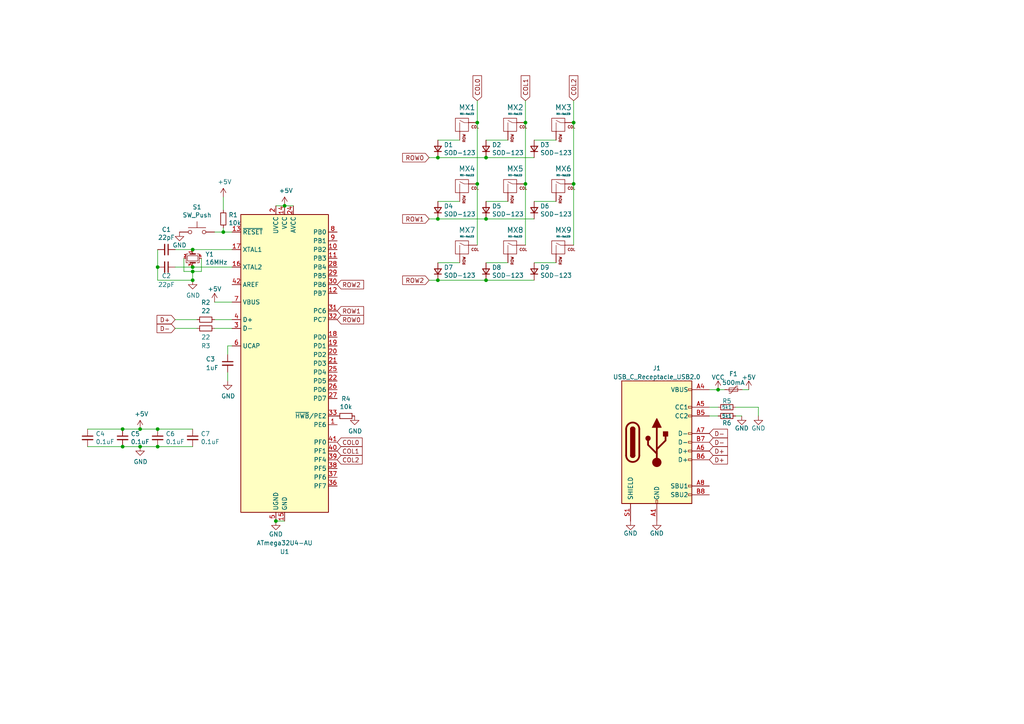
<source format=kicad_sch>
(kicad_sch (version 20211123) (generator eeschema)
  (paper "A4")
  (lib_symbols
    (symbol "9k-Keypad-rescue:ATmega32U4-AU-MCU_Microchip_ATmega"
      (property "Reference" "U" (at -12.7 44.45 0))
      (property "Value" "ATmega32U4-AU-MCU_Microchip_ATmega" (at 2.54 -44.45 0))
      (symbol "ATmega32U4-AU-MCU_Microchip_ATmega_0_1"
        (rectangle (start -12.7 -43.18) (end 12.7 43.18) (stroke (width 0.254)) (fill (type background)))
      )
      (symbol "ATmega32U4-AU-MCU_Microchip_ATmega_1_1"
        (pin tri_state line (at 15.24 -17.78 180) (length 2.54) (name "PE6") (number "1"))
        (pin tri_state line (at 15.24 33.02 180) (length 2.54) (name "PB2") (number "10"))
        (pin tri_state line (at 15.24 30.48 180) (length 2.54) (name "PB3") (number "11"))
        (pin tri_state line (at 15.24 20.32 180) (length 2.54) (name "PB7") (number "12"))
        (pin input line (at -15.24 38.1 0) (length 2.54) (name "~{RESET}") (number "13"))
        (pin power_in line (at 0 45.72 270) (length 2.54) (name "VCC") (number "14"))
        (pin power_in line (at 0 -45.72 90) (length 2.54) (name "GND") (number "15"))
        (pin output line (at -15.24 27.94 0) (length 2.54) (name "XTAL2") (number "16"))
        (pin input line (at -15.24 33.02 0) (length 2.54) (name "XTAL1") (number "17"))
        (pin tri_state line (at 15.24 7.62 180) (length 2.54) (name "PD0") (number "18"))
        (pin tri_state line (at 15.24 5.08 180) (length 2.54) (name "PD1") (number "19"))
        (pin power_in line (at -2.54 45.72 270) (length 2.54) (name "UVCC") (number "2"))
        (pin tri_state line (at 15.24 2.54 180) (length 2.54) (name "PD2") (number "20"))
        (pin tri_state line (at 15.24 0 180) (length 2.54) (name "PD3") (number "21"))
        (pin tri_state line (at 15.24 -5.08 180) (length 2.54) (name "PD5") (number "22"))
        (pin passive line (at 0 -45.72 90) (length 2.54) hide (name "GND") (number "23"))
        (pin power_in line (at 2.54 45.72 270) (length 2.54) (name "AVCC") (number "24"))
        (pin tri_state line (at 15.24 -2.54 180) (length 2.54) (name "PD4") (number "25"))
        (pin tri_state line (at 15.24 -7.62 180) (length 2.54) (name "PD6") (number "26"))
        (pin tri_state line (at 15.24 -10.16 180) (length 2.54) (name "PD7") (number "27"))
        (pin tri_state line (at 15.24 27.94 180) (length 2.54) (name "PB4") (number "28"))
        (pin tri_state line (at 15.24 25.4 180) (length 2.54) (name "PB5") (number "29"))
        (pin bidirectional line (at -15.24 10.16 0) (length 2.54) (name "D-") (number "3"))
        (pin tri_state line (at 15.24 22.86 180) (length 2.54) (name "PB6") (number "30"))
        (pin tri_state line (at 15.24 15.24 180) (length 2.54) (name "PC6") (number "31"))
        (pin tri_state line (at 15.24 12.7 180) (length 2.54) (name "PC7") (number "32"))
        (pin tri_state line (at 15.24 -15.24 180) (length 2.54) (name "~{HWB}/PE2") (number "33"))
        (pin passive line (at 0 45.72 270) (length 2.54) hide (name "VCC") (number "34"))
        (pin passive line (at 0 -45.72 90) (length 2.54) hide (name "GND") (number "35"))
        (pin tri_state line (at 15.24 -35.56 180) (length 2.54) (name "PF7") (number "36"))
        (pin tri_state line (at 15.24 -33.02 180) (length 2.54) (name "PF6") (number "37"))
        (pin tri_state line (at 15.24 -30.48 180) (length 2.54) (name "PF5") (number "38"))
        (pin tri_state line (at 15.24 -27.94 180) (length 2.54) (name "PF4") (number "39"))
        (pin bidirectional line (at -15.24 12.7 0) (length 2.54) (name "D+") (number "4"))
        (pin tri_state line (at 15.24 -25.4 180) (length 2.54) (name "PF1") (number "40"))
        (pin tri_state line (at 15.24 -22.86 180) (length 2.54) (name "PF0") (number "41"))
        (pin passive line (at -15.24 22.86 0) (length 2.54) (name "AREF") (number "42"))
        (pin passive line (at 0 -45.72 90) (length 2.54) hide (name "GND") (number "43"))
        (pin passive line (at 2.54 45.72 270) (length 2.54) hide (name "AVCC") (number "44"))
        (pin passive line (at -2.54 -45.72 90) (length 2.54) (name "UGND") (number "5"))
        (pin passive line (at -15.24 5.08 0) (length 2.54) (name "UCAP") (number "6"))
        (pin input line (at -15.24 17.78 0) (length 2.54) (name "VBUS") (number "7"))
        (pin tri_state line (at 15.24 38.1 180) (length 2.54) (name "PB0") (number "8"))
        (pin tri_state line (at 15.24 35.56 180) (length 2.54) (name "PB1") (number "9"))
      )
    )
    (symbol "Connector:USB_C_Receptacle_USB2.0" (pin_names (offset 1.016))
      (property "Reference" "J" (at -10.16 19.05 0))
      (property "Value" "USB_C_Receptacle_USB2.0" (at 19.05 19.05 0))
      (symbol "USB_C_Receptacle_USB2.0_0_0"
        (rectangle (start -0.254 -17.78) (end 0.254 -16.764))
        (rectangle (start 10.16 -14.986) (end 9.144 -15.494))
        (rectangle (start 10.16 -12.446) (end 9.144 -12.954))
        (rectangle (start 10.16 -4.826) (end 9.144 -5.334))
        (rectangle (start 10.16 -2.286) (end 9.144 -2.794))
        (rectangle (start 10.16 0.254) (end 9.144 -0.254))
        (rectangle (start 10.16 2.794) (end 9.144 2.286))
        (rectangle (start 10.16 7.874) (end 9.144 7.366))
        (rectangle (start 10.16 10.414) (end 9.144 9.906))
        (rectangle (start 10.16 15.494) (end 9.144 14.986))
      )
      (symbol "USB_C_Receptacle_USB2.0_0_1"
        (rectangle (start -10.16 17.78) (end 10.16 -17.78) (stroke (width 0.254)) (fill (type background)))
        (arc (start -8.89 -3.81) (mid -6.985 -5.715) (end -5.08 -3.81) (stroke (width 0.508)))
        (arc (start -7.62 -3.81) (mid -6.985 -4.445) (end -6.35 -3.81) (stroke (width 0.254)))
        (arc (start -7.62 -3.81) (mid -6.985 -4.445) (end -6.35 -3.81) (stroke (width 0.254)) (fill (type outline)))
        (rectangle (start -7.62 -3.81) (end -6.35 3.81) (stroke (width 0.254)) (fill (type outline)))
        (arc (start -6.35 3.81) (mid -6.985 4.445) (end -7.62 3.81) (stroke (width 0.254)))
        (arc (start -6.35 3.81) (mid -6.985 4.445) (end -7.62 3.81) (stroke (width 0.254)) (fill (type outline)))
        (arc (start -5.08 3.81) (mid -6.985 5.715) (end -8.89 3.81) (stroke (width 0.508)))
        (circle (center -2.54 1.143) (radius 0.635) (stroke (width 0.254)) (fill (type outline)))
        (circle (center 0 -5.842) (radius 1.27) (fill (type outline)))
        (polyline (pts (xy -8.89 -3.81) (xy -8.89 3.81)) (stroke (width 0.508)))
        (polyline (pts (xy -5.08 3.81) (xy -5.08 -3.81)) (stroke (width 0.508)))
        (polyline (pts (xy 0 -5.842) (xy 0 4.318)) (stroke (width 0.508)))
        (polyline (pts (xy 0 -3.302) (xy -2.54 -0.762) (xy -2.54 0.508)) (stroke (width 0.508)))
        (polyline (pts (xy 0 -2.032) (xy 2.54 0.508) (xy 2.54 1.778)) (stroke (width 0.508)))
        (polyline (pts (xy -1.27 4.318) (xy 0 6.858) (xy 1.27 4.318) (xy -1.27 4.318)) (stroke (width 0.254)) (fill (type outline)))
        (rectangle (start 1.905 1.778) (end 3.175 3.048) (stroke (width 0.254)) (fill (type outline)))
      )
      (symbol "USB_C_Receptacle_USB2.0_1_1"
        (pin passive line (at 0 -22.86 90) (length 5.08) (name "GND") (number "A1"))
        (pin passive line (at 0 -22.86 90) (length 5.08) hide (name "GND") (number "A12"))
        (pin passive line (at 15.24 15.24 180) (length 5.08) (name "VBUS") (number "A4"))
        (pin bidirectional line (at 15.24 10.16 180) (length 5.08) (name "CC1") (number "A5"))
        (pin bidirectional line (at 15.24 -2.54 180) (length 5.08) (name "D+") (number "A6"))
        (pin bidirectional line (at 15.24 2.54 180) (length 5.08) (name "D-") (number "A7"))
        (pin bidirectional line (at 15.24 -12.7 180) (length 5.08) (name "SBU1") (number "A8"))
        (pin passive line (at 15.24 15.24 180) (length 5.08) hide (name "VBUS") (number "A9"))
        (pin passive line (at 0 -22.86 90) (length 5.08) hide (name "GND") (number "B1"))
        (pin passive line (at 0 -22.86 90) (length 5.08) hide (name "GND") (number "B12"))
        (pin passive line (at 15.24 15.24 180) (length 5.08) hide (name "VBUS") (number "B4"))
        (pin bidirectional line (at 15.24 7.62 180) (length 5.08) (name "CC2") (number "B5"))
        (pin bidirectional line (at 15.24 -5.08 180) (length 5.08) (name "D+") (number "B6"))
        (pin bidirectional line (at 15.24 0 180) (length 5.08) (name "D-") (number "B7"))
        (pin bidirectional line (at 15.24 -15.24 180) (length 5.08) (name "SBU2") (number "B8"))
        (pin passive line (at 15.24 15.24 180) (length 5.08) hide (name "VBUS") (number "B9"))
        (pin passive line (at -7.62 -22.86 90) (length 5.08) (name "SHIELD") (number "S1"))
      )
    )
    (symbol "Device:C_Small" (pin_numbers hide) (pin_names (offset 0.254) hide)
      (property "Reference" "C" (at 0.254 1.778 0))
      (property "Value" "C_Small" (at 0.254 -2.032 0))
      (symbol "C_Small_0_1"
        (polyline (pts (xy -1.524 -0.508) (xy 1.524 -0.508)) (stroke (width 0.3302)))
        (polyline (pts (xy -1.524 0.508) (xy 1.524 0.508)) (stroke (width 0.3048)))
      )
      (symbol "C_Small_1_1"
        (pin passive line (at 0 2.54 270) (length 2.032) (name "~") (number "1"))
        (pin passive line (at 0 -2.54 90) (length 2.032) (name "~") (number "2"))
      )
    )
    (symbol "Device:Crystal_GND24_Small" (pin_names (offset 1.016) hide)
      (property "Reference" "Y" (at 1.27 4.445 0))
      (property "Value" "Crystal_GND24_Small" (at 1.27 2.54 0))
      (symbol "Crystal_GND24_Small_0_1"
        (rectangle (start -0.762 -1.524) (end 0.762 1.524))
        (polyline (pts (xy -1.27 -0.762) (xy -1.27 0.762)) (stroke (width 0.381)))
        (polyline (pts (xy 1.27 -0.762) (xy 1.27 0.762)) (stroke (width 0.381)))
        (polyline (pts (xy -1.27 -1.27) (xy -1.27 -1.905) (xy 1.27 -1.905) (xy 1.27 -1.27)))
        (polyline (pts (xy -1.27 1.27) (xy -1.27 1.905) (xy 1.27 1.905) (xy 1.27 1.27)))
      )
      (symbol "Crystal_GND24_Small_1_1"
        (pin passive line (at -2.54 0 0) (length 1.27) (name "1") (number "1"))
        (pin passive line (at 0 -2.54 90) (length 0.635) (name "2") (number "2"))
        (pin passive line (at 2.54 0 180) (length 1.27) (name "3") (number "3"))
        (pin passive line (at 0 2.54 270) (length 0.635) (name "4") (number "4"))
      )
    )
    (symbol "Device:D_Small" (pin_numbers hide) (pin_names (offset 0.254) hide)
      (property "Reference" "D" (at -1.27 2.032 0))
      (property "Value" "D_Small" (at -3.81 -2.032 0))
      (symbol "D_Small_0_1"
        (polyline (pts (xy -0.762 -1.016) (xy -0.762 1.016)) (stroke (width 0.254)))
        (polyline (pts (xy -0.762 0) (xy 0.762 0)))
        (polyline (pts (xy 0.762 -1.016) (xy -0.762 0) (xy 0.762 1.016) (xy 0.762 -1.016)) (stroke (width 0.254)))
      )
      (symbol "D_Small_1_1"
        (pin passive line (at -2.54 0 0) (length 1.778) (name "K") (number "1"))
        (pin passive line (at 2.54 0 180) (length 1.778) (name "A") (number "2"))
      )
    )
    (symbol "Device:Polyfuse_Small" (pin_numbers hide) (pin_names (offset 0))
      (property "Reference" "F" (at -1.905 0 90))
      (property "Value" "Polyfuse_Small" (at 1.905 0 90))
      (symbol "Polyfuse_Small_0_1"
        (rectangle (start -0.508 1.27) (end 0.508 -1.27))
        (polyline (pts (xy 0 2.54) (xy 0 -2.54)))
        (polyline (pts (xy -1.016 1.27) (xy -1.016 0.762) (xy 1.016 -0.762) (xy 1.016 -1.27)))
      )
      (symbol "Polyfuse_Small_1_1"
        (pin passive line (at 0 2.54 270) (length 0.635) (name "~") (number "1"))
        (pin passive line (at 0 -2.54 90) (length 0.635) (name "~") (number "2"))
      )
    )
    (symbol "Device:R_Small" (pin_numbers hide) (pin_names (offset 0.254) hide)
      (property "Reference" "R" (at 0.762 0.508 0))
      (property "Value" "R_Small" (at 0.762 -1.016 0))
      (symbol "R_Small_0_1"
        (rectangle (start -0.762 1.778) (end 0.762 -1.778) (stroke (width 0.2032)))
      )
      (symbol "R_Small_1_1"
        (pin passive line (at 0 2.54 270) (length 0.762) (name "~") (number "1"))
        (pin passive line (at 0 -2.54 90) (length 0.762) (name "~") (number "2"))
      )
    )
    (symbol "MX_Alps_Hybrid:MX-NoLED" (pin_names (offset 1.016))
      (property "Reference" "MX" (at -0.635 3.81 0))
      (property "Value" "MX-NoLED" (at -0.635 1.27 0))
      (symbol "MX-NoLED_0_0"
        (rectangle (start -2.54 2.54) (end 1.27 -1.27))
        (polyline (pts (xy -1.27 -1.27) (xy -1.27 1.27)) (stroke (width 0.127)))
        (polyline (pts (xy 1.27 1.27) (xy 0 1.27) (xy -1.27 1.905)) (stroke (width 0.127)))
        (text "COL" (at 3.175 0 0) (effects (font (size 0.762 0.762))))
        (text "ROW" (at 0 -1.905 900) (effects (font (size 0.762 0.762)) (justify right)))
      )
      (symbol "MX-NoLED_1_1"
        (pin passive line (at 3.81 1.27 180) (length 2.54) (name "COL") (number "1"))
        (pin passive line (at -1.27 -3.81 90) (length 2.54) (name "ROW") (number "2"))
      )
    )
    (symbol "Switch:SW_Push" (pin_numbers hide) (pin_names (offset 1.016) hide)
      (property "Reference" "SW" (at 1.27 2.54 0))
      (property "Value" "SW_Push" (at 0 -1.524 0))
      (symbol "SW_Push_0_1"
        (circle (center -2.032 0) (radius 0.508))
        (polyline (pts (xy 0 1.27) (xy 0 3.048)))
        (polyline (pts (xy 2.54 1.27) (xy -2.54 1.27)))
        (circle (center 2.032 0) (radius 0.508))
        (pin passive line (at -5.08 0 0) (length 2.54) (name "1") (number "1"))
        (pin passive line (at 5.08 0 180) (length 2.54) (name "2") (number "2"))
      )
    )
    (symbol "power:+5V" (power) (pin_names (offset 0))
      (property "Value" "+5V" (at 0 3.556 0))
      (symbol "+5V_0_1"
        (polyline (pts (xy -0.762 1.27) (xy 0 2.54)))
        (polyline (pts (xy 0 0) (xy 0 2.54)))
        (polyline (pts (xy 0 2.54) (xy 0.762 1.27)))
      )
      (symbol "+5V_1_1"
        (pin power_in line (at 0 0 90) (length 0) hide (name "+5V") (number "1"))
      )
    )
    (symbol "power:GND" (power) (pin_names (offset 0))
      (property "Value" "GND" (at 0 -3.81 0))
      (symbol "GND_0_1"
        (polyline (pts (xy 0 0) (xy 0 -1.27) (xy 1.27 -1.27) (xy 0 -2.54) (xy -1.27 -1.27) (xy 0 -1.27)))
      )
      (symbol "GND_1_1"
        (pin power_in line (at 0 0 270) (length 0) hide (name "GND") (number "1"))
      )
    )
    (symbol "power:VCC" (power) (pin_names (offset 0))
      (property "Value" "VCC" (at 0 3.81 0))
      (symbol "VCC_0_1"
        (polyline (pts (xy -0.762 1.27) (xy 0 2.54)))
        (polyline (pts (xy 0 0) (xy 0 2.54)))
        (polyline (pts (xy 0 2.54) (xy 0.762 1.27)))
      )
      (symbol "VCC_1_1"
        (pin power_in line (at 0 0 90) (length 0) hide (name "VCC") (number "1"))
      )
    )
  )
  (junction (at 55.88 72.39))
  (junction (at 45.72 129.54))
  (junction (at 127 63.5))
  (junction (at 45.72 77.47))
  (junction (at 152.4 53.34))
  (junction (at 166.37 53.34))
  (junction (at 138.43 53.34))
  (junction (at 55.88 78.74))
  (junction (at 140.97 45.72))
  (junction (at 35.56 129.54))
  (junction (at 45.72 124.46))
  (junction (at 152.4 35.56))
  (junction (at 35.56 124.46))
  (junction (at 40.64 124.46))
  (junction (at 40.64 129.54))
  (junction (at 208.28 113.03))
  (junction (at 80.01 151.13))
  (junction (at 55.88 81.28))
  (junction (at 166.37 35.56))
  (junction (at 127 45.72))
  (junction (at 140.97 63.5))
  (junction (at 82.55 59.69))
  (junction (at 55.88 77.47))
  (junction (at 64.77 67.31))
  (junction (at 127 81.28))
  (junction (at 140.97 81.28))
  (junction (at 138.43 35.56))
  (wire (pts (xy 58.42 74.93) (xy 58.42 78.74)))
  (wire (pts (xy 50.8 77.47) (xy 55.88 77.47)))
  (wire (pts (xy 55.88 78.74) (xy 53.34 78.74)))
  (wire (pts (xy 154.94 63.5) (xy 140.97 63.5)))
  (wire (pts (xy 140.97 63.5) (xy 127 63.5)))
  (wire (pts (xy 57.15 92.71) (xy 50.8 92.71)))
  (wire (pts (xy 40.64 124.46) (xy 45.72 124.46)))
  (wire (pts (xy 67.31 100.33) (xy 66.04 100.33)))
  (wire (pts (xy 45.72 72.39) (xy 45.72 77.47)))
  (wire (pts (xy 154.94 40.64) (xy 161.29 40.64)))
  (wire (pts (xy 55.88 72.39) (xy 67.31 72.39)))
  (wire (pts (xy 140.97 45.72) (xy 127 45.72)))
  (wire (pts (xy 80.01 151.13) (xy 82.55 151.13)))
  (wire (pts (xy 127 76.2) (xy 133.35 76.2)))
  (wire (pts (xy 35.56 129.54) (xy 25.4 129.54)))
  (wire (pts (xy 58.42 78.74) (xy 55.88 78.74)))
  (wire (pts (xy 67.31 87.63) (xy 62.23 87.63)))
  (wire (pts (xy 45.72 77.47) (xy 45.72 81.28)))
  (wire (pts (xy 57.15 95.25) (xy 50.8 95.25)))
  (wire (pts (xy 50.8 72.39) (xy 55.88 72.39)))
  (wire (pts (xy 166.37 53.34) (xy 166.37 71.12)))
  (wire (pts (xy 25.4 124.46) (xy 35.56 124.46)))
  (wire (pts (xy 82.55 59.69) (xy 80.01 59.69)))
  (wire (pts (xy 127 58.42) (xy 133.35 58.42)))
  (wire (pts (xy 205.74 118.11) (xy 208.28 118.11)))
  (wire (pts (xy 215.265 113.03) (xy 217.17 113.03)))
  (wire (pts (xy 53.34 78.74) (xy 53.34 74.93)))
  (wire (pts (xy 152.4 53.34) (xy 152.4 35.56)))
  (wire (pts (xy 127 63.5) (xy 124.46 63.5)))
  (wire (pts (xy 62.23 67.31) (xy 64.77 67.31)))
  (wire (pts (xy 154.94 81.28) (xy 140.97 81.28)))
  (wire (pts (xy 166.37 29.21) (xy 166.37 35.56)))
  (wire (pts (xy 213.36 120.65) (xy 215.138 120.65)))
  (wire (pts (xy 66.04 100.33) (xy 66.04 102.87)))
  (wire (pts (xy 64.77 60.96) (xy 64.77 57.15)))
  (wire (pts (xy 205.74 113.03) (xy 208.28 113.03)))
  (wire (pts (xy 154.94 76.2) (xy 161.29 76.2)))
  (wire (pts (xy 45.72 129.54) (xy 40.64 129.54)))
  (wire (pts (xy 166.37 35.56) (xy 166.37 53.34)))
  (wire (pts (xy 64.77 67.31) (xy 64.77 66.04)))
  (wire (pts (xy 219.964 118.11) (xy 219.964 120.65)))
  (wire (pts (xy 64.77 67.31) (xy 67.31 67.31)))
  (wire (pts (xy 208.28 113.03) (xy 210.185 113.03)))
  (wire (pts (xy 152.4 35.56) (xy 152.4 29.21)))
  (wire (pts (xy 213.36 118.11) (xy 219.964 118.11)))
  (wire (pts (xy 85.09 59.69) (xy 82.55 59.69)))
  (wire (pts (xy 45.72 81.28) (xy 55.88 81.28)))
  (wire (pts (xy 127 81.28) (xy 124.46 81.28)))
  (wire (pts (xy 138.43 35.56) (xy 138.43 53.34)))
  (wire (pts (xy 127 45.72) (xy 124.46 45.72)))
  (wire (pts (xy 66.04 107.95) (xy 66.04 110.49)))
  (wire (pts (xy 154.94 45.72) (xy 140.97 45.72)))
  (wire (pts (xy 152.4 71.12) (xy 152.4 53.34)))
  (wire (pts (xy 40.64 129.54) (xy 35.56 129.54)))
  (wire (pts (xy 138.43 53.34) (xy 138.43 71.12)))
  (wire (pts (xy 55.88 78.74) (xy 55.88 81.28)))
  (wire (pts (xy 45.72 124.46) (xy 55.88 124.46)))
  (wire (pts (xy 205.74 120.65) (xy 208.28 120.65)))
  (wire (pts (xy 55.88 129.54) (xy 45.72 129.54)))
  (wire (pts (xy 140.97 40.64) (xy 147.32 40.64)))
  (wire (pts (xy 138.43 29.21) (xy 138.43 35.56)))
  (wire (pts (xy 140.97 58.42) (xy 147.32 58.42)))
  (wire (pts (xy 140.97 81.28) (xy 127 81.28)))
  (wire (pts (xy 140.97 76.2) (xy 147.32 76.2)))
  (wire (pts (xy 154.94 58.42) (xy 161.29 58.42)))
  (wire (pts (xy 35.56 124.46) (xy 40.64 124.46)))
  (wire (pts (xy 127 40.64) (xy 133.35 40.64)))
  (wire (pts (xy 62.23 92.71) (xy 67.31 92.71)))
  (wire (pts (xy 67.31 95.25) (xy 62.23 95.25)))
  (wire (pts (xy 55.88 77.47) (xy 67.31 77.47)))
  (global_label "D+" (shape input) (at 50.8 92.71 180) (property "Intersheet References" "${INTERSHEET_REFS}" (effects hide)))
  (global_label "D-" (shape input) (at 205.74 128.27 0) (property "Intersheet References" "${INTERSHEET_REFS}" (effects hide)))
  (global_label "ROW2" (shape input) (at 97.79 82.55 0) (property "Intersheet References" "${INTERSHEET_REFS}" (effects hide)))
  (global_label "ROW0" (shape input) (at 97.79 92.71 0) (property "Intersheet References" "${INTERSHEET_REFS}" (effects hide)))
  (global_label "COL1" (shape input) (at 152.4 29.21 90) (property "Intersheet References" "${INTERSHEET_REFS}" (effects hide)))
  (global_label "COL2" (shape input) (at 166.37 29.21 90) (property "Intersheet References" "${INTERSHEET_REFS}" (effects hide)))
  (global_label "COL0" (shape input) (at 97.79 128.27 0) (property "Intersheet References" "${INTERSHEET_REFS}" (effects hide)))
  (global_label "ROW2" (shape input) (at 124.46 81.28 180) (property "Intersheet References" "${INTERSHEET_REFS}" (effects hide)))
  (global_label "COL2" (shape input) (at 97.79 133.35 0) (property "Intersheet References" "${INTERSHEET_REFS}" (effects hide)))
  (global_label "D-" (shape input) (at 205.74 125.73 0) (property "Intersheet References" "${INTERSHEET_REFS}" (effects hide)))
  (global_label "D+" (shape input) (at 205.74 133.35 0) (property "Intersheet References" "${INTERSHEET_REFS}" (effects hide)))
  (global_label "ROW1" (shape input) (at 97.79 90.17 0) (property "Intersheet References" "${INTERSHEET_REFS}" (effects hide)))
  (global_label "COL1" (shape input) (at 97.79 130.81 0) (property "Intersheet References" "${INTERSHEET_REFS}" (effects hide)))
  (global_label "ROW0" (shape input) (at 124.46 45.72 180) (property "Intersheet References" "${INTERSHEET_REFS}" (effects hide)))
  (global_label "D+" (shape input) (at 205.74 130.81 0) (property "Intersheet References" "${INTERSHEET_REFS}" (effects hide)))
  (global_label "ROW1" (shape input) (at 124.46 63.5 180) (property "Intersheet References" "${INTERSHEET_REFS}" (effects hide)))
  (global_label "D-" (shape input) (at 50.8 95.25 180) (property "Intersheet References" "${INTERSHEET_REFS}" (effects hide)))
  (global_label "COL0" (shape input) (at 138.43 29.21 90) (property "Intersheet References" "${INTERSHEET_REFS}" (effects hide)))
  (symbol (lib_id "Switch:SW_Push") (at 57.15 67.31 0) (unit 1)
    (property "Reference" "S1" (at 57.15 60.071 0))
    (property "Value" "SW_Push" (at 57.15 62.3824 0))
    (property "Footprint" "random-keyboard-parts:SKQG-1155865" (effects hide))
  )
  (symbol (lib_id "power:+5V") (at 82.55 59.69 0) (unit 1)
    (property "Reference" "#PWR0106" (effects hide))
    (property "Value" "+5V" (at 82.931 55.2958 0))
  )
  (symbol (lib_id "MX_Alps_Hybrid:MX-NoLED") (at 148.59 54.61 0) (unit 1)
    (property "Reference" "MX5" (at 149.4282 48.9458 0) (effects (font (size 1.524 1.524))))
    (property "Value" "MX-NoLED" (at 149.4282 50.8254 0) (effects (font (size 0.508 0.508))))
    (property "Footprint" "MX_Only:MXOnly-1U-NoLED" (effects hide))
  )
  (symbol (lib_id "Device:R_Small") (at 59.69 92.71 270) (unit 1)
    (property "Reference" "R2" (at 59.69 87.7316 90))
    (property "Value" "22" (at 59.69 90.17 90))
    (property "Footprint" "Resistor_SMD:R_0805_2012Metric" (effects hide))
  )
  (symbol (lib_id "Device:R_Small") (at 59.69 95.25 270) (unit 1)
    (property "Reference" "R3" (at 59.69 100.33 90))
    (property "Value" "22" (at 59.69 97.79 90))
    (property "Footprint" "Resistor_SMD:R_0805_2012Metric" (effects hide))
  )
  (symbol (lib_id "power:GND") (at 182.88 151.13 0) (unit 1)
    (property "Reference" "#PWR0116" (effects hide))
    (property "Value" "GND" (at 182.88 154.686 0))
  )
  (symbol (lib_id "power:+5V") (at 40.64 124.46 0) (unit 1)
    (property "Reference" "#PWR0102" (effects hide))
    (property "Value" "+5V" (at 41.021 120.0658 0))
  )
  (symbol (lib_id "MX_Alps_Hybrid:MX-NoLED") (at 134.62 54.61 0) (unit 1)
    (property "Reference" "MX4" (at 135.4582 48.9458 0) (effects (font (size 1.524 1.524))))
    (property "Value" "MX-NoLED" (at 135.4582 50.8254 0) (effects (font (size 0.508 0.508))))
    (property "Footprint" "MX_Only:MXOnly-1U-NoLED" (effects hide))
  )
  (symbol (lib_id "power:+5V") (at 64.77 57.15 0) (unit 1)
    (property "Reference" "#PWR0107" (effects hide))
    (property "Value" "+5V" (at 65.151 52.7558 0))
  )
  (symbol (lib_id "Device:C_Small") (at 66.04 105.41 0) (unit 1)
    (property "Reference" "C3" (at 59.69 104.14 0) (effects (justify left)))
    (property "Value" "1uF" (at 59.69 106.68 0) (effects (justify left)))
    (property "Footprint" "Capacitor_SMD:C_0805_2012Metric" (effects hide))
  )
  (symbol (lib_id "Device:D_Small") (at 154.94 43.18 90) (unit 1)
    (property "Reference" "D3" (at 156.6672 42.0116 90) (effects (justify right)))
    (property "Value" "SOD-123" (at 156.6672 44.323 90) (effects (justify right)))
    (property "Footprint" "Diode_SMD:D_SOD-123" (effects hide))
  )
  (symbol (lib_id "Device:D_Small") (at 140.97 43.18 90) (unit 1)
    (property "Reference" "D2" (at 142.6972 42.0116 90) (effects (justify right)))
    (property "Value" "SOD-123" (at 142.6972 44.323 90) (effects (justify right)))
    (property "Footprint" "Diode_SMD:D_SOD-123" (effects hide))
  )
  (symbol (lib_id "Connector:USB_C_Receptacle_USB2.0") (at 190.5 128.27 0) (unit 1)
    (property "Reference" "J1" (at 190.5 106.7902 0))
    (property "Value" "USB_C_Receptacle_USB2.0" (at 190.5 109.3271 0))
    (property "Footprint" "Connector_USB:USB_C_Receptacle_HRO_TYPE-C-31-M-12" (effects hide))
    (property "Datasheet" "https://www.usb.org/sites/default/files/documents/usb_type-c.zip" (effects hide))
  )
  (symbol (lib_id "Device:R_Small") (at 100.33 120.65 270) (unit 1)
    (property "Reference" "R4" (at 100.33 115.6716 90))
    (property "Value" "10k" (at 100.33 117.983 90))
    (property "Footprint" "Resistor_SMD:R_0805_2012Metric" (effects hide))
  )
  (symbol (lib_id "Device:D_Small") (at 127 60.96 90) (unit 1)
    (property "Reference" "D4" (at 128.7272 59.7916 90) (effects (justify right)))
    (property "Value" "SOD-123" (at 128.7272 62.103 90) (effects (justify right)))
    (property "Footprint" "Diode_SMD:D_SOD-123" (effects hide))
  )
  (symbol (lib_id "power:GND") (at 215.138 120.65 0) (unit 1)
    (property "Reference" "#PWR0111" (effects hide))
    (property "Value" "GND" (at 215.138 124.206 0))
  )
  (symbol (lib_id "Device:R_Small") (at 210.82 120.65 90) (unit 1)
    (property "Reference" "R6" (at 210.82 122.682 90))
    (property "Value" "5k1" (at 210.82 120.65 90) (effects (font (size 1 1))))
    (property "Footprint" "Resistor_SMD:R_0805_2012Metric" (effects hide))
  )
  (symbol (lib_id "Device:Crystal_GND24_Small") (at 55.88 74.93 270) (unit 1)
    (property "Reference" "Y1" (at 59.5376 73.7616 90) (effects (justify left)))
    (property "Value" "16MHz" (at 59.5376 76.073 90) (effects (justify left)))
    (property "Footprint" "Crystal:Crystal_SMD_3225-4Pin_3.2x2.5mm" (effects hide))
  )
  (symbol (lib_id "MX_Alps_Hybrid:MX-NoLED") (at 162.56 54.61 0) (unit 1)
    (property "Reference" "MX6" (at 163.3982 48.9458 0) (effects (font (size 1.524 1.524))))
    (property "Value" "MX-NoLED" (at 163.3982 50.8254 0) (effects (font (size 0.508 0.508))))
    (property "Footprint" "MX_Only:MXOnly-1U-NoLED" (effects hide))
  )
  (symbol (lib_id "Device:D_Small") (at 127 78.74 90) (unit 1)
    (property "Reference" "D7" (at 128.7272 77.5716 90) (effects (justify right)))
    (property "Value" "SOD-123" (at 128.7272 79.883 90) (effects (justify right)))
    (property "Footprint" "Diode_SMD:D_SOD-123" (effects hide))
  )
  (symbol (lib_id "Device:Polyfuse_Small") (at 212.725 113.03 90) (unit 1)
    (property "Reference" "F1" (at 212.725 108.4412 90))
    (property "Value" "500mA" (at 212.725 110.9781 90))
    (property "Footprint" "Fuse:Fuse_0805_2012Metric" (effects hide))
  )
  (symbol (lib_id "Device:R_Small") (at 64.77 63.5 0) (unit 1)
    (property "Reference" "R1" (at 66.2686 62.3316 0) (effects (justify left)))
    (property "Value" "10k" (at 66.2686 64.643 0) (effects (justify left)))
    (property "Footprint" "Resistor_SMD:R_0805_2012Metric" (effects hide))
  )
  (symbol (lib_id "MX_Alps_Hybrid:MX-NoLED") (at 162.56 36.83 0) (unit 1)
    (property "Reference" "MX3" (at 163.3982 31.1658 0) (effects (font (size 1.524 1.524))))
    (property "Value" "MX-NoLED" (at 163.3982 33.0454 0) (effects (font (size 0.508 0.508))))
    (property "Footprint" "MX_Only:MXOnly-1U-NoLED" (effects hide))
  )
  (symbol (lib_id "Device:D_Small") (at 154.94 60.96 90) (unit 1)
    (property "Reference" "D6" (at 156.6672 59.7916 90) (effects (justify right)))
    (property "Value" "SOD-123" (at 156.6672 62.103 90) (effects (justify right)))
    (property "Footprint" "Diode_SMD:D_SOD-123" (effects hide))
  )
  (symbol (lib_id "power:GND") (at 102.87 120.65 0) (unit 1)
    (property "Reference" "#PWR0105" (effects hide))
    (property "Value" "GND" (at 102.997 125.0442 0))
  )
  (symbol (lib_id "Device:R_Small") (at 210.82 118.11 90) (unit 1)
    (property "Reference" "R5" (at 210.82 116.332 90))
    (property "Value" "5k1" (at 210.82 118.11 90) (effects (font (size 1 1))))
    (property "Footprint" "Resistor_SMD:R_0805_2012Metric" (effects hide))
  )
  (symbol (lib_id "power:GND") (at 190.5 151.13 0) (unit 1)
    (property "Reference" "#PWR0115" (effects hide))
    (property "Value" "GND" (at 190.5 154.686 0))
  )
  (symbol (lib_id "Device:C_Small") (at 48.26 72.39 270) (unit 1)
    (property "Reference" "C1" (at 48.26 66.5734 90))
    (property "Value" "22pF" (at 48.26 68.8848 90))
    (property "Footprint" "Capacitor_SMD:C_0805_2012Metric" (effects hide))
  )
  (symbol (lib_id "Device:D_Small") (at 127 43.18 90) (unit 1)
    (property "Reference" "D1" (at 128.7272 42.0116 90) (effects (justify right)))
    (property "Value" "SOD-123" (at 128.7272 44.323 90) (effects (justify right)))
    (property "Footprint" "Diode_SMD:D_SOD-123" (effects hide))
  )
  (symbol (lib_id "Device:C_Small") (at 35.56 127 0) (unit 1)
    (property "Reference" "C5" (at 37.8968 125.8316 0) (effects (justify left)))
    (property "Value" "0.1uF" (at 37.8968 128.143 0) (effects (justify left)))
    (property "Footprint" "Capacitor_SMD:C_0805_2012Metric" (effects hide))
  )
  (symbol (lib_id "power:+5V") (at 62.23 87.63 0) (unit 1)
    (property "Reference" "#PWR0109" (effects hide))
    (property "Value" "+5V" (at 62.23 83.82 0))
  )
  (symbol (lib_id "MX_Alps_Hybrid:MX-NoLED") (at 162.56 72.39 0) (unit 1)
    (property "Reference" "MX9" (at 163.3982 66.7258 0) (effects (font (size 1.524 1.524))))
    (property "Value" "MX-NoLED" (at 163.3982 68.6054 0) (effects (font (size 0.508 0.508))))
    (property "Footprint" "MX_Only:MXOnly-1U-NoLED" (effects hide))
  )
  (symbol (lib_id "power:GND") (at 66.04 110.49 0) (unit 1)
    (property "Reference" "#PWR0101" (effects hide))
    (property "Value" "GND" (at 66.167 114.8842 0))
  )
  (symbol (lib_id "MX_Alps_Hybrid:MX-NoLED") (at 148.59 36.83 0) (unit 1)
    (property "Reference" "MX2" (at 149.4282 31.1658 0) (effects (font (size 1.524 1.524))))
    (property "Value" "MX-NoLED" (at 149.4282 33.0454 0) (effects (font (size 0.508 0.508))))
    (property "Footprint" "MX_Only:MXOnly-1U-NoLED" (effects hide))
  )
  (symbol (lib_id "power:GND") (at 80.01 151.13 0) (unit 1)
    (property "Reference" "#PWR0104" (effects hide))
    (property "Value" "GND" (at 80.01 154.94 0))
  )
  (symbol (lib_id "Device:C_Small") (at 25.4 127 0) (unit 1)
    (property "Reference" "C4" (at 27.7368 125.8316 0) (effects (justify left)))
    (property "Value" "0.1uF" (at 27.7368 128.143 0) (effects (justify left)))
    (property "Footprint" "Capacitor_SMD:C_0805_2012Metric" (effects hide))
  )
  (symbol (lib_id "MX_Alps_Hybrid:MX-NoLED") (at 134.62 36.83 0) (unit 1)
    (property "Reference" "MX1" (at 135.4582 31.1658 0) (effects (font (size 1.524 1.524))))
    (property "Value" "MX-NoLED" (at 135.4582 33.0454 0) (effects (font (size 0.508 0.508))))
    (property "Footprint" "MX_Only:MXOnly-1U-NoLED" (effects hide))
  )
  (symbol (lib_id "Device:D_Small") (at 154.94 78.74 90) (unit 1)
    (property "Reference" "D9" (at 156.6672 77.5716 90) (effects (justify right)))
    (property "Value" "SOD-123" (at 156.6672 79.883 90) (effects (justify right)))
    (property "Footprint" "Diode_SMD:D_SOD-123" (effects hide))
  )
  (symbol (lib_id "9k-Keypad-rescue:ATmega32U4-AU-MCU_Microchip_ATmega") (at 82.55 105.41 0) (unit 1)
    (property "Reference" "U1" (at 82.55 160.02 0))
    (property "Value" "ATmega32U4-AU" (at 82.55 157.48 0))
    (property "Footprint" "Package_QFP:TQFP-44_10x10mm_P0.8mm" (effects hide))
    (property "Datasheet" "http://ww1.microchip.com/downloads/en/DeviceDoc/Atmel-7766-8-bit-AVR-ATmega16U4-32U4_Datasheet.pdf" (effects hide))
  )
  (symbol (lib_id "MX_Alps_Hybrid:MX-NoLED") (at 148.59 72.39 0) (unit 1)
    (property "Reference" "MX8" (at 149.4282 66.7258 0) (effects (font (size 1.524 1.524))))
    (property "Value" "MX-NoLED" (at 149.4282 68.6054 0) (effects (font (size 0.508 0.508))))
    (property "Footprint" "MX_Only:MXOnly-1U-NoLED" (effects hide))
  )
  (symbol (lib_id "Device:C_Small") (at 45.72 127 0) (unit 1)
    (property "Reference" "C6" (at 48.0568 125.8316 0) (effects (justify left)))
    (property "Value" "0.1uF" (at 48.0568 128.143 0) (effects (justify left)))
    (property "Footprint" "Capacitor_SMD:C_0805_2012Metric" (effects hide))
  )
  (symbol (lib_id "power:VCC") (at 208.28 113.03 0) (unit 1)
    (property "Reference" "#PWR0114" (effects hide))
    (property "Value" "VCC" (at 208.28 109.4542 0))
  )
  (symbol (lib_id "power:GND") (at 55.88 81.28 0) (unit 1)
    (property "Reference" "#PWR0110" (effects hide))
    (property "Value" "GND" (at 56.007 85.6742 0))
  )
  (symbol (lib_id "Device:D_Small") (at 140.97 60.96 90) (unit 1)
    (property "Reference" "D5" (at 142.6972 59.7916 90) (effects (justify right)))
    (property "Value" "SOD-123" (at 142.6972 62.103 90) (effects (justify right)))
    (property "Footprint" "Diode_SMD:D_SOD-123" (effects hide))
  )
  (symbol (lib_id "MX_Alps_Hybrid:MX-NoLED") (at 134.62 72.39 0) (unit 1)
    (property "Reference" "MX7" (at 135.4582 66.7258 0) (effects (font (size 1.524 1.524))))
    (property "Value" "MX-NoLED" (at 135.4582 68.6054 0) (effects (font (size 0.508 0.508))))
    (property "Footprint" "MX_Only:MXOnly-1U-NoLED" (effects hide))
  )
  (symbol (lib_id "Device:C_Small") (at 48.26 77.47 270) (unit 1)
    (property "Reference" "C2" (at 48.26 80.01 90))
    (property "Value" "22pF" (at 48.26 82.55 90))
    (property "Footprint" "Capacitor_SMD:C_0805_2012Metric" (effects hide))
  )
  (symbol (lib_id "Device:D_Small") (at 140.97 78.74 90) (unit 1)
    (property "Reference" "D8" (at 142.6972 77.5716 90) (effects (justify right)))
    (property "Value" "SOD-123" (at 142.6972 79.883 90) (effects (justify right)))
    (property "Footprint" "Diode_SMD:D_SOD-123" (effects hide))
  )
  (symbol (lib_id "power:GND") (at 219.964 120.65 0) (unit 1)
    (property "Reference" "#PWR0112" (effects hide))
    (property "Value" "GND" (at 219.964 124.206 0))
  )
  (symbol (lib_id "power:GND") (at 40.64 129.54 0) (unit 1)
    (property "Reference" "#PWR0103" (effects hide))
    (property "Value" "GND" (at 40.767 133.9342 0))
  )
  (symbol (lib_id "power:+5V") (at 217.17 113.03 0) (unit 1)
    (property "Reference" "#PWR0113" (effects hide))
    (property "Value" "+5V" (at 217.17 109.4542 0))
  )
  (symbol (lib_id "power:GND") (at 52.07 67.31 0) (unit 1)
    (property "Reference" "#PWR0108" (effects hide))
    (property "Value" "GND" (at 52.07 71.12 0))
  )
  (symbol (lib_id "Device:C_Small") (at 55.88 127 0) (unit 1)
    (property "Reference" "C7" (at 58.2168 125.8316 0) (effects (justify left)))
    (property "Value" "0.1uF" (at 58.2168 128.143 0) (effects (justify left)))
    (property "Footprint" "Capacitor_SMD:C_0805_2012Metric" (effects hide))
  )
)
</source>
